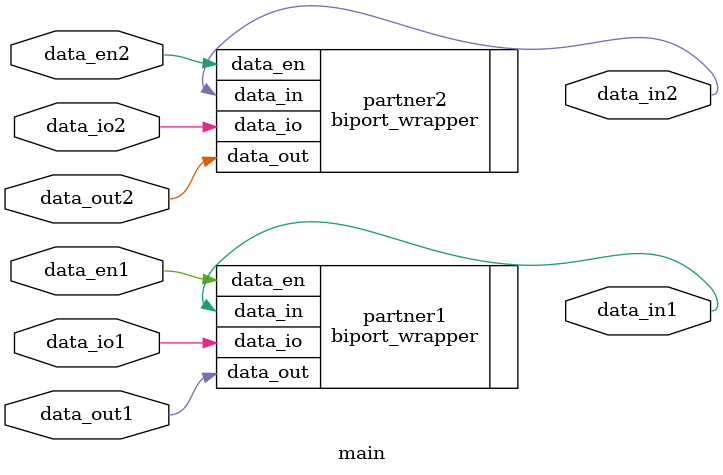
<source format=v>
`timescale 1ns / 1ps
`define test
`ifdef test
module main(
		data_en1,
		data_en2,
		data_out1,
		data_out2,
		data_in1,
		data_in2,
		data_io1,
		data_io2
    );
	 
input data_out1,data_out2,data_en1,data_en2;
output data_in2,data_in1;
inout data_io2,data_io1;
	 
`else
module main(
		clk,
		switch,
		led
    );
`endif

biport_wrapper partner1(
		.data_en(data_en1),
		.data_out(data_out1),
		.data_in(data_in1),
		.data_io(data_io1)
    );

biport_wrapper partner2(
		.data_en(data_en2),
		.data_out(data_out2),
		.data_in(data_in2),
		.data_io(data_io2)
    );


endmodule

</source>
